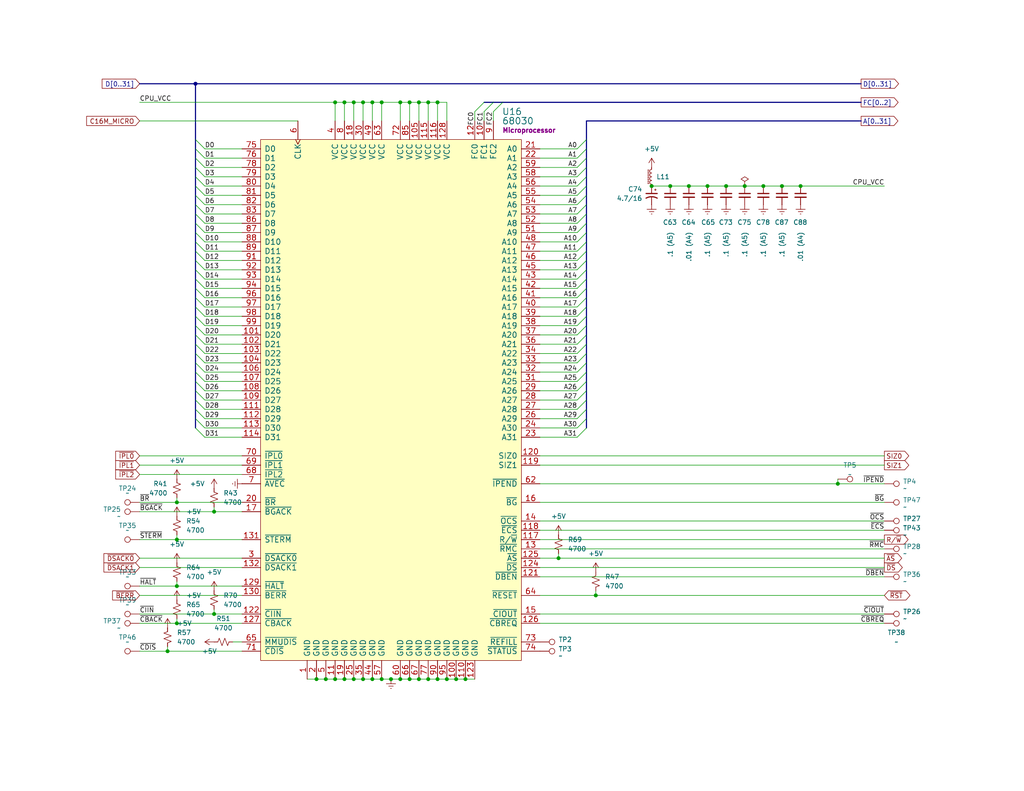
<source format=kicad_sch>
(kicad_sch (version 20250114) (generator "eeschema") (generator_version "9.0")
  (paper "USLetter")
  (title_block (title "Macintosh Classic II") (date "2025-05-29") (company "Apple Computer") (comment 1 "drawn by Bradley Bell"))
  (junction (at 48.26 147.32))
  (junction (at 93.98 27.94))
  (junction (at 88.9 185.42))
  (junction (at 111.76 185.42))
  (junction (at 86.36 185.42))
  (junction (at 48.26 160.02))
  (junction (at 104.14 27.94))
  (junction (at 228.6 132.08))
  (junction (at 96.52 27.94))
  (junction (at 119.38 27.94))
  (junction (at 99.06 185.42))
  (junction (at 208.28 50.8))
  (junction (at 111.76 27.94))
  (junction (at 124.46 185.42))
  (junction (at 121.92 185.42))
  (junction (at 182.88 50.8))
  (junction (at 114.3 185.42))
  (junction (at 45.72 177.8))
  (junction (at 162.56 162.56))
  (junction (at 91.44 27.94))
  (junction (at 101.6 185.42))
  (junction (at 58.42 167.64))
  (junction (at 193.04 50.8))
  (junction (at 96.52 185.42))
  (junction (at 109.22 185.42))
  (junction (at 106.68 185.42))
  (junction (at 104.14 185.42))
  (junction (at 101.6 27.94))
  (junction (at 99.06 27.94))
  (junction (at 213.36 50.8))
  (junction (at 152.4 152.4))
  (junction (at 218.44 50.8))
  (junction (at 58.42 139.7))
  (junction (at 93.98 185.42))
  (junction (at 119.38 185.42))
  (junction (at 48.26 170.18))
  (junction (at 53.34 22.86))
  (junction (at 109.22 27.94))
  (junction (at 203.2 50.8))
  (junction (at 91.44 185.42))
  (junction (at 114.3 27.94))
  (junction (at 48.26 137.16))
  (junction (at 127 185.42))
  (junction (at 198.12 50.8))
  (junction (at 187.96 50.8))
  (junction (at 116.84 27.94))
  (junction (at 116.84 185.42))
  (junction (at 177.8 50.8))
  (bus_entry (at 53.34 78.74) (size 2.54 2.54))
  (bus_entry (at 157.48 86.36) (size 2.54 -2.54))
  (bus_entry (at 53.34 116.84) (size 2.54 2.54))
  (bus_entry (at 53.34 63.5) (size 2.54 2.54))
  (bus_entry (at 53.34 109.22) (size 2.54 2.54))
  (bus_entry (at 157.48 71.12) (size 2.54 -2.54))
  (bus_entry (at 157.48 88.9) (size 2.54 -2.54))
  (bus_entry (at 157.48 91.44) (size 2.54 -2.54))
  (bus_entry (at 157.48 106.68) (size 2.54 -2.54))
  (bus_entry (at 53.34 91.44) (size 2.54 2.54))
  (bus_entry (at 157.48 99.06) (size 2.54 -2.54))
  (bus_entry (at 53.34 76.2) (size 2.54 2.54))
  (bus_entry (at 53.34 96.52) (size 2.54 2.54))
  (bus_entry (at 53.34 40.64) (size 2.54 2.54))
  (bus_entry (at 157.48 104.14) (size 2.54 -2.54))
  (bus_entry (at 53.34 111.76) (size 2.54 2.54))
  (bus_entry (at 53.34 101.6) (size 2.54 2.54))
  (bus_entry (at 157.48 101.6) (size 2.54 -2.54))
  (bus_entry (at 134.62 30.48) (size 2.54 -2.54))
  (bus_entry (at 157.48 63.5) (size 2.54 -2.54))
  (bus_entry (at 157.48 43.18) (size 2.54 -2.54))
  (bus_entry (at 157.48 40.64) (size 2.54 -2.54))
  (bus_entry (at 157.48 83.82) (size 2.54 -2.54))
  (bus_entry (at 53.34 53.34) (size 2.54 2.54))
  (bus_entry (at 157.48 76.2) (size 2.54 -2.54))
  (bus_entry (at 157.48 66.04) (size 2.54 -2.54))
  (bus_entry (at 157.48 93.98) (size 2.54 -2.54))
  (bus_entry (at 157.48 58.42) (size 2.54 -2.54))
  (bus_entry (at 53.34 81.28) (size 2.54 2.54))
  (bus_entry (at 157.48 55.88) (size 2.54 -2.54))
  (bus_entry (at 53.34 66.04) (size 2.54 2.54))
  (bus_entry (at 157.48 119.38) (size 2.54 -2.54))
  (bus_entry (at 53.34 43.18) (size 2.54 2.54))
  (bus_entry (at 53.34 60.96) (size 2.54 2.54))
  (bus_entry (at 53.34 48.26) (size 2.54 2.54))
  (bus_entry (at 53.34 58.42) (size 2.54 2.54))
  (bus_entry (at 53.34 88.9) (size 2.54 2.54))
  (bus_entry (at 53.34 86.36) (size 2.54 2.54))
  (bus_entry (at 157.48 111.76) (size 2.54 -2.54))
  (bus_entry (at 53.34 104.14) (size 2.54 2.54))
  (bus_entry (at 157.48 68.58) (size 2.54 -2.54))
  (bus_entry (at 53.34 93.98) (size 2.54 2.54))
  (bus_entry (at 157.48 45.72) (size 2.54 -2.54))
  (bus_entry (at 53.34 73.66) (size 2.54 2.54))
  (bus_entry (at 53.34 106.68) (size 2.54 2.54))
  (bus_entry (at 157.48 81.28) (size 2.54 -2.54))
  (bus_entry (at 53.34 68.58) (size 2.54 2.54))
  (bus_entry (at 132.08 30.48) (size 2.54 -2.54))
  (bus_entry (at 157.48 60.96) (size 2.54 -2.54))
  (bus_entry (at 53.34 45.72) (size 2.54 2.54))
  (bus_entry (at 157.48 96.52) (size 2.54 -2.54))
  (bus_entry (at 157.48 116.84) (size 2.54 -2.54))
  (bus_entry (at 53.34 99.06) (size 2.54 2.54))
  (bus_entry (at 157.48 114.3) (size 2.54 -2.54))
  (bus_entry (at 53.34 50.8) (size 2.54 2.54))
  (bus_entry (at 53.34 71.12) (size 2.54 2.54))
  (bus_entry (at 129.54 30.48) (size 2.54 -2.54))
  (bus_entry (at 157.48 48.26) (size 2.54 -2.54))
  (bus_entry (at 157.48 53.34) (size 2.54 -2.54))
  (bus_entry (at 53.34 38.1) (size 2.54 2.54))
  (bus_entry (at 53.34 83.82) (size 2.54 2.54))
  (bus_entry (at 53.34 114.3) (size 2.54 2.54))
  (bus_entry (at 157.48 50.8) (size 2.54 -2.54))
  (bus_entry (at 53.34 55.88) (size 2.54 2.54))
  (bus_entry (at 157.48 78.74) (size 2.54 -2.54))
  (bus_entry (at 157.48 109.22) (size 2.54 -2.54))
  (bus_entry (at 157.48 73.66) (size 2.54 -2.54))
  (wire (pts (xy 147.32 93.98) (xy 157.48 93.98)))
  (wire (pts (xy 241.3 167.64) (xy 147.32 167.64)))
  (bus (pts (xy 53.34 116.84) (xy 53.34 114.3)))
  (wire (pts (xy 48.26 168.91) (xy 48.26 170.18)))
  (wire (pts (xy 147.32 154.94) (xy 241.3 154.94)))
  (wire (pts (xy 162.56 161.29) (xy 162.56 162.56)))
  (wire (pts (xy 119.38 27.94) (xy 121.92 27.94)))
  (wire (pts (xy 147.32 71.12) (xy 157.48 71.12)))
  (bus (pts (xy 53.34 88.9) (xy 53.34 86.36)))
  (bus (pts (xy 160.02 76.2) (xy 160.02 73.66)))
  (wire (pts (xy 203.2 50.8) (xy 208.28 50.8)))
  (bus (pts (xy 160.02 91.44) (xy 160.02 88.9)))
  (wire (pts (xy 111.76 185.42) (xy 114.3 185.42)))
  (bus (pts (xy 53.34 93.98) (xy 53.34 96.52)))
  (wire (pts (xy 109.22 185.42) (xy 111.76 185.42)))
  (wire (pts (xy 45.72 177.8) (xy 66.04 177.8)))
  (bus (pts (xy 53.34 96.52) (xy 53.34 99.06)))
  (wire (pts (xy 48.26 170.18) (xy 66.04 170.18)))
  (wire (pts (xy 38.1 160.02) (xy 48.26 160.02)))
  (wire (pts (xy 55.88 78.74) (xy 66.04 78.74)))
  (wire (pts (xy 38.1 147.32) (xy 48.26 147.32)))
  (wire (pts (xy 55.88 101.6) (xy 66.04 101.6)))
  (wire (pts (xy 55.88 53.34) (xy 66.04 53.34)))
  (wire (pts (xy 162.56 162.56) (xy 241.3 162.56)))
  (wire (pts (xy 99.06 27.94) (xy 99.06 33.02)))
  (bus (pts (xy 160.02 109.22) (xy 160.02 106.68)))
  (bus (pts (xy 53.34 83.82) (xy 53.34 81.28)))
  (wire (pts (xy 55.88 104.14) (xy 66.04 104.14)))
  (wire (pts (xy 119.38 185.42) (xy 121.92 185.42)))
  (wire (pts (xy 241.3 149.86) (xy 147.32 149.86)))
  (wire (pts (xy 38.1 170.18) (xy 48.26 170.18)))
  (wire (pts (xy 241.3 144.78) (xy 147.32 144.78)))
  (bus (pts (xy 53.34 50.8) (xy 53.34 48.26)))
  (wire (pts (xy 55.88 40.64) (xy 66.04 40.64)))
  (wire (pts (xy 121.92 27.94) (xy 121.92 33.02)))
  (wire (pts (xy 129.54 33.02) (xy 129.54 30.48)))
  (wire (pts (xy 241.3 142.24) (xy 147.32 142.24)))
  (wire (pts (xy 55.88 114.3) (xy 66.04 114.3)))
  (bus (pts (xy 53.34 109.22) (xy 53.34 106.68)))
  (wire (pts (xy 127 185.42) (xy 129.54 185.42)))
  (wire (pts (xy 38.1 152.4) (xy 66.04 152.4)))
  (wire (pts (xy 104.14 185.42) (xy 106.68 185.42)))
  (wire (pts (xy 147.32 114.3) (xy 157.48 114.3)))
  (wire (pts (xy 147.32 111.76) (xy 157.48 111.76)))
  (wire (pts (xy 147.32 78.74) (xy 157.48 78.74)))
  (bus (pts (xy 137.16 27.94) (xy 134.62 27.94)))
  (wire (pts (xy 58.42 167.64) (xy 66.04 167.64)))
  (wire (pts (xy 106.68 185.42) (xy 109.22 185.42)))
  (wire (pts (xy 177.8 50.8) (xy 182.88 50.8)))
  (wire (pts (xy 187.96 50.8) (xy 193.04 50.8)))
  (wire (pts (xy 55.88 116.84) (xy 66.04 116.84)))
  (bus (pts (xy 53.34 60.96) (xy 53.34 58.42)))
  (wire (pts (xy 96.52 185.42) (xy 99.06 185.42)))
  (bus (pts (xy 53.34 71.12) (xy 53.34 68.58)))
  (wire (pts (xy 38.1 139.7) (xy 58.42 139.7)))
  (wire (pts (xy 152.4 151.13) (xy 152.4 152.4)))
  (bus (pts (xy 160.02 60.96) (xy 160.02 58.42)))
  (bus (pts (xy 53.34 73.66) (xy 53.34 71.12)))
  (bus (pts (xy 53.34 55.88) (xy 53.34 53.34)))
  (wire (pts (xy 91.44 185.42) (xy 93.98 185.42)))
  (bus (pts (xy 160.02 116.84) (xy 160.02 114.3)))
  (wire (pts (xy 38.1 27.94) (xy 91.44 27.94)))
  (bus (pts (xy 160.02 55.88) (xy 160.02 53.34)))
  (bus (pts (xy 160.02 99.06) (xy 160.02 96.52)))
  (wire (pts (xy 147.32 55.88) (xy 157.48 55.88)))
  (wire (pts (xy 147.32 63.5) (xy 157.48 63.5)))
  (bus (pts (xy 160.02 83.82) (xy 160.02 81.28)))
  (wire (pts (xy 58.42 139.7) (xy 66.04 139.7)))
  (wire (pts (xy 38.1 124.46) (xy 66.04 124.46)))
  (bus (pts (xy 160.02 33.02) (xy 160.02 38.1)))
  (wire (pts (xy 99.06 27.94) (xy 101.6 27.94)))
  (bus (pts (xy 160.02 71.12) (xy 160.02 68.58)))
  (bus (pts (xy 53.34 81.28) (xy 53.34 78.74)))
  (wire (pts (xy 55.88 55.88) (xy 66.04 55.88)))
  (wire (pts (xy 182.88 50.8) (xy 187.96 50.8)))
  (bus (pts (xy 53.34 76.2) (xy 53.34 73.66)))
  (wire (pts (xy 147.32 152.4) (xy 152.4 152.4)))
  (bus (pts (xy 160.02 78.74) (xy 160.02 76.2)))
  (bus (pts (xy 53.34 43.18) (xy 53.34 40.64)))
  (bus (pts (xy 160.02 68.58) (xy 160.02 66.04)))
  (wire (pts (xy 48.26 160.02) (xy 66.04 160.02)))
  (bus (pts (xy 53.34 48.26) (xy 53.34 45.72)))
  (bus (pts (xy 160.02 48.26) (xy 160.02 45.72)))
  (wire (pts (xy 147.32 99.06) (xy 157.48 99.06)))
  (wire (pts (xy 198.12 50.8) (xy 203.2 50.8)))
  (bus (pts (xy 53.34 104.14) (xy 53.34 101.6)))
  (bus (pts (xy 53.34 22.86) (xy 53.34 38.1)))
  (bus (pts (xy 53.34 22.86) (xy 38.1 22.86)))
  (wire (pts (xy 147.32 76.2) (xy 157.48 76.2)))
  (wire (pts (xy 63.5 175.26) (xy 66.04 175.26)))
  (wire (pts (xy 208.28 50.8) (xy 213.36 50.8)))
  (wire (pts (xy 55.88 68.58) (xy 66.04 68.58)))
  (wire (pts (xy 193.04 50.8) (xy 198.12 50.8)))
  (wire (pts (xy 109.22 27.94) (xy 111.76 27.94)))
  (wire (pts (xy 93.98 27.94) (xy 96.52 27.94)))
  (wire (pts (xy 147.32 132.08) (xy 228.6 132.08)))
  (wire (pts (xy 38.1 127) (xy 66.04 127)))
  (wire (pts (xy 55.88 58.42) (xy 66.04 58.42)))
  (wire (pts (xy 147.32 86.36) (xy 157.48 86.36)))
  (bus (pts (xy 160.02 50.8) (xy 160.02 48.26)))
  (wire (pts (xy 147.32 45.72) (xy 157.48 45.72)))
  (wire (pts (xy 55.88 106.68) (xy 66.04 106.68)))
  (wire (pts (xy 147.32 106.68) (xy 157.48 106.68)))
  (wire (pts (xy 124.46 185.42) (xy 127 185.42)))
  (wire (pts (xy 114.3 185.42) (xy 116.84 185.42)))
  (wire (pts (xy 55.88 66.04) (xy 66.04 66.04)))
  (wire (pts (xy 48.26 146.05) (xy 48.26 147.32)))
  (bus (pts (xy 53.34 40.64) (xy 53.34 38.1)))
  (wire (pts (xy 147.32 50.8) (xy 157.48 50.8)))
  (wire (pts (xy 99.06 185.42) (xy 101.6 185.42)))
  (wire (pts (xy 147.32 88.9) (xy 157.48 88.9)))
  (wire (pts (xy 83.82 185.42) (xy 86.36 185.42)))
  (bus (pts (xy 53.34 78.74) (xy 53.34 76.2)))
  (wire (pts (xy 241.3 127) (xy 147.32 127)))
  (bus (pts (xy 160.02 63.5) (xy 160.02 60.96)))
  (wire (pts (xy 55.88 43.18) (xy 66.04 43.18)))
  (wire (pts (xy 147.32 101.6) (xy 157.48 101.6)))
  (bus (pts (xy 160.02 106.68) (xy 160.02 104.14)))
  (wire (pts (xy 91.44 27.94) (xy 91.44 33.02)))
  (wire (pts (xy 147.32 73.66) (xy 157.48 73.66)))
  (wire (pts (xy 119.38 27.94) (xy 119.38 33.02)))
  (wire (pts (xy 96.52 27.94) (xy 96.52 33.02)))
  (bus (pts (xy 160.02 96.52) (xy 160.02 93.98)))
  (wire (pts (xy 48.26 158.75) (xy 48.26 160.02)))
  (bus (pts (xy 234.95 33.02) (xy 160.02 33.02)))
  (wire (pts (xy 228.6 132.08) (xy 241.3 132.08)))
  (wire (pts (xy 114.3 27.94) (xy 116.84 27.94)))
  (wire (pts (xy 116.84 27.94) (xy 119.38 27.94)))
  (wire (pts (xy 147.32 53.34) (xy 157.48 53.34)))
  (wire (pts (xy 55.88 71.12) (xy 66.04 71.12)))
  (bus (pts (xy 132.08 27.94) (xy 134.62 27.94)))
  (bus (pts (xy 160.02 114.3) (xy 160.02 111.76)))
  (wire (pts (xy 93.98 27.94) (xy 93.98 33.02)))
  (bus (pts (xy 53.34 63.5) (xy 53.34 60.96)))
  (bus (pts (xy 160.02 73.66) (xy 160.02 71.12)))
  (wire (pts (xy 147.32 40.64) (xy 157.48 40.64)))
  (bus (pts (xy 160.02 101.6) (xy 160.02 99.06)))
  (wire (pts (xy 147.32 109.22) (xy 157.48 109.22)))
  (wire (pts (xy 147.32 91.44) (xy 157.48 91.44)))
  (wire (pts (xy 101.6 27.94) (xy 101.6 33.02)))
  (wire (pts (xy 111.76 27.94) (xy 111.76 33.02)))
  (wire (pts (xy 147.32 43.18) (xy 157.48 43.18)))
  (bus (pts (xy 53.34 111.76) (xy 53.34 109.22)))
  (bus (pts (xy 160.02 40.64) (xy 160.02 38.1)))
  (wire (pts (xy 38.1 154.94) (xy 66.04 154.94)))
  (wire (pts (xy 121.92 185.42) (xy 124.46 185.42)))
  (wire (pts (xy 147.32 83.82) (xy 157.48 83.82)))
  (bus (pts (xy 53.34 91.44) (xy 53.34 88.9)))
  (wire (pts (xy 152.4 152.4) (xy 241.3 152.4)))
  (wire (pts (xy 88.9 185.42) (xy 91.44 185.42)))
  (wire (pts (xy 55.88 88.9) (xy 66.04 88.9)))
  (bus (pts (xy 53.34 93.98) (xy 53.34 91.44)))
  (wire (pts (xy 147.32 81.28) (xy 157.48 81.28)))
  (wire (pts (xy 147.32 162.56) (xy 162.56 162.56)))
  (wire (pts (xy 96.52 27.94) (xy 99.06 27.94)))
  (bus (pts (xy 234.95 27.94) (xy 137.16 27.94)))
  (bus (pts (xy 53.34 101.6) (xy 53.34 99.06)))
  (wire (pts (xy 55.88 60.96) (xy 66.04 60.96)))
  (wire (pts (xy 55.88 83.82) (xy 66.04 83.82)))
  (wire (pts (xy 55.88 45.72) (xy 66.04 45.72)))
  (wire (pts (xy 101.6 27.94) (xy 104.14 27.94)))
  (wire (pts (xy 147.32 58.42) (xy 157.48 58.42)))
  (wire (pts (xy 134.62 33.02) (xy 134.62 30.48)))
  (wire (pts (xy 218.44 50.8) (xy 241.3 50.8)))
  (wire (pts (xy 93.98 185.42) (xy 96.52 185.42)))
  (bus (pts (xy 53.34 53.34) (xy 53.34 50.8)))
  (bus (pts (xy 53.34 86.36) (xy 53.34 83.82)))
  (wire (pts (xy 38.1 167.64) (xy 58.42 167.64)))
  (wire (pts (xy 147.32 147.32) (xy 241.3 147.32)))
  (wire (pts (xy 132.08 33.02) (xy 132.08 30.48)))
  (wire (pts (xy 38.1 162.56) (xy 66.04 162.56)))
  (wire (pts (xy 55.88 73.66) (xy 66.04 73.66)))
  (wire (pts (xy 55.88 111.76) (xy 66.04 111.76)))
  (bus (pts (xy 53.34 114.3) (xy 53.34 111.76)))
  (bus (pts (xy 160.02 86.36) (xy 160.02 83.82)))
  (wire (pts (xy 58.42 166.37) (xy 58.42 167.64)))
  (bus (pts (xy 160.02 53.34) (xy 160.02 50.8)))
  (wire (pts (xy 38.1 177.8) (xy 45.72 177.8)))
  (bus (pts (xy 160.02 104.14) (xy 160.02 101.6)))
  (bus (pts (xy 53.34 22.86) (xy 234.95 22.86)))
  (bus (pts (xy 160.02 66.04) (xy 160.02 63.5)))
  (wire (pts (xy 147.32 96.52) (xy 157.48 96.52)))
  (wire (pts (xy 55.88 48.26) (xy 66.04 48.26)))
  (wire (pts (xy 48.26 147.32) (xy 66.04 147.32)))
  (wire (pts (xy 147.32 116.84) (xy 157.48 116.84)))
  (wire (pts (xy 147.32 48.26) (xy 157.48 48.26)))
  (bus (pts (xy 160.02 111.76) (xy 160.02 109.22)))
  (bus (pts (xy 53.34 58.42) (xy 53.34 55.88)))
  (wire (pts (xy 45.72 176.53) (xy 45.72 177.8)))
  (wire (pts (xy 147.32 104.14) (xy 157.48 104.14)))
  (wire (pts (xy 101.6 185.42) (xy 104.14 185.42)))
  (wire (pts (xy 55.88 86.36) (xy 66.04 86.36)))
  (bus (pts (xy 53.34 68.58) (xy 53.34 66.04)))
  (wire (pts (xy 48.26 135.89) (xy 48.26 137.16)))
  (wire (pts (xy 241.3 124.46) (xy 147.32 124.46)))
  (bus (pts (xy 160.02 93.98) (xy 160.02 91.44)))
  (wire (pts (xy 116.84 27.94) (xy 116.84 33.02)))
  (wire (pts (xy 55.88 76.2) (xy 66.04 76.2)))
  (wire (pts (xy 55.88 91.44) (xy 66.04 91.44)))
  (wire (pts (xy 55.88 81.28) (xy 66.04 81.28)))
  (wire (pts (xy 114.3 27.94) (xy 114.3 33.02)))
  (wire (pts (xy 38.1 33.02) (xy 81.28 33.02)))
  (wire (pts (xy 38.1 129.54) (xy 66.04 129.54)))
  (wire (pts (xy 91.44 27.94) (xy 93.98 27.94)))
  (wire (pts (xy 228.6 132.08) (xy 228.6 130.81)))
  (wire (pts (xy 147.32 66.04) (xy 157.48 66.04)))
  (bus (pts (xy 160.02 58.42) (xy 160.02 55.88)))
  (wire (pts (xy 111.76 27.94) (xy 114.3 27.94)))
  (bus (pts (xy 53.34 66.04) (xy 53.34 63.5)))
  (wire (pts (xy 147.32 68.58) (xy 157.48 68.58)))
  (wire (pts (xy 38.1 137.16) (xy 48.26 137.16)))
  (bus (pts (xy 53.34 106.68) (xy 53.34 104.14)))
  (wire (pts (xy 104.14 27.94) (xy 109.22 27.94)))
  (wire (pts (xy 147.32 137.16) (xy 241.3 137.16)))
  (wire (pts (xy 48.26 137.16) (xy 66.04 137.16)))
  (wire (pts (xy 147.32 157.48) (xy 241.3 157.48)))
  (wire (pts (xy 147.32 119.38) (xy 157.48 119.38)))
  (wire (pts (xy 55.88 119.38) (xy 66.04 119.38)))
  (wire (pts (xy 218.44 50.8) (xy 213.36 50.8)))
  (bus (pts (xy 160.02 88.9) (xy 160.02 86.36)))
  (bus (pts (xy 160.02 81.28) (xy 160.02 78.74)))
  (bus (pts (xy 160.02 43.18) (xy 160.02 40.64)))
  (wire (pts (xy 58.42 138.43) (xy 58.42 139.7)))
  (wire (pts (xy 104.14 27.94) (xy 104.14 33.02)))
  (wire (pts (xy 55.88 96.52) (xy 66.04 96.52)))
  (bus (pts (xy 53.34 45.72) (xy 53.34 43.18)))
  (wire (pts (xy 147.32 60.96) (xy 157.48 60.96)))
  (wire (pts (xy 109.22 27.94) (xy 109.22 33.02)))
  (wire (pts (xy 55.88 109.22) (xy 66.04 109.22)))
  (wire (pts (xy 55.88 63.5) (xy 66.04 63.5)))
  (wire (pts (xy 55.88 93.98) (xy 66.04 93.98)))
  (wire (pts (xy 55.88 50.8) (xy 66.04 50.8)))
  (bus (pts (xy 160.02 45.72) (xy 160.02 43.18)))
  (wire (pts (xy 86.36 185.42) (xy 88.9 185.42)))
  (wire (pts (xy 55.88 99.06) (xy 66.04 99.06)))
  (wire (pts (xy 147.32 170.18) (xy 241.3 170.18)))
  (wire (pts (xy 116.84 185.42) (xy 119.38 185.42)))
  (label "D1" (at 55.88 43.18 0))
  (label "A3" (at 157.48 48.26 180))
  (label "D7" (at 55.88 58.42 0))
  (label "A8" (at 157.48 60.96 180))
  (label "D13" (at 55.88 73.66 0))
  (label "D4" (at 55.88 50.8 0))
  (label "A9" (at 157.48 63.5 180))
  (label "D17" (at 55.88 83.82 0))
  (label "CPU_VCC" (at 38.1 27.94 0))
  (label "A20" (at 157.48 91.44 180))
  (label "D28" (at 55.88 111.76 0))
  (label "A31" (at 157.48 119.38 180))
  (label "A12" (at 157.48 71.12 180))
  (label "D0" (at 55.88 40.64 0))
  (label "~{OCS}" (at 241.3 142.24 180))
  (label "A30" (at 157.48 116.84 180))
  (label "D22" (at 55.88 96.52 0))
  (label "~{DBEN}" (at 241.3 157.48 180))
  (label "A22" (at 157.48 96.52 180))
  (label "D15" (at 55.88 78.74 0))
  (label "~{CIOUT}" (at 241.3 167.64 180))
  (label "A1" (at 157.48 43.18 180))
  (label "A26" (at 157.48 106.68 180))
  (label "A28" (at 157.48 111.76 180))
  (label "D27" (at 55.88 109.22 0))
  (label "A27" (at 157.48 109.22 180))
  (label "A23" (at 157.48 99.06 180))
  (label "D20" (at 55.88 91.44 0))
  (label "A18" (at 157.48 86.36 180))
  (label "D24" (at 55.88 101.6 0))
  (label "CPU_VCC" (at 241.3 50.8 180))
  (label "D19" (at 55.88 88.9 0))
  (label "A16" (at 157.48 81.28 180))
  (label "D21" (at 55.88 93.98 0))
  (label "A21" (at 157.48 93.98 180))
  (label "~{STERM}" (at 38.1 147.32 0))
  (label "D8" (at 55.88 60.96 0))
  (label "~{IPEND}" (at 241.3 132.08 180))
  (label "A25" (at 157.48 104.14 180))
  (label "A19" (at 157.48 88.9 180))
  (label "D12" (at 55.88 71.12 0))
  (label "D10" (at 55.88 66.04 0))
  (label "D23" (at 55.88 99.06 0))
  (label "A17" (at 157.48 83.82 180))
  (label "A14" (at 157.48 76.2 180))
  (label "A0" (at 157.48 40.64 180))
  (label "D31" (at 55.88 119.38 0))
  (label "A11" (at 157.48 68.58 180))
  (label "D30" (at 55.88 116.84 0))
  (label "A4" (at 157.48 50.8 180))
  (label "~{HALT}" (at 38.1 160.02 0))
  (label "A7" (at 157.48 58.42 180))
  (label "D18" (at 55.88 86.36 0))
  (label "FC0" (at 129.54 30.48 270))
  (label "D5" (at 55.88 53.34 0))
  (label "~{RMC}" (at 241.3 149.86 180))
  (label "~{ECS}" (at 241.3 144.78 180))
  (label "D16" (at 55.88 81.28 0))
  (label "~{CBACK}" (at 38.1 170.18 0))
  (label "~{BR}" (at 38.1 137.16 0))
  (label "A6" (at 157.48 55.88 180))
  (label "D11" (at 55.88 68.58 0))
  (label "A13" (at 157.48 73.66 180))
  (label "D6" (at 55.88 55.88 0))
  (label "D25" (at 55.88 104.14 0))
  (label "~{CIIN}" (at 38.1 167.64 0))
  (label "~{BG}" (at 241.3 137.16 180))
  (label "A24" (at 157.48 101.6 180))
  (label "D14" (at 55.88 76.2 0))
  (label "D9" (at 55.88 63.5 0))
  (label "FC2" (at 134.62 30.48 270))
  (label "A29" (at 157.48 114.3 180))
  (label "~{CBREQ}" (at 241.3 170.18 180))
  (label "A15" (at 157.48 78.74 180))
  (label "~{BGACK}" (at 38.1 139.7 0))
  (label "A10" (at 157.48 66.04 180))
  (label "D2" (at 55.88 45.72 0))
  (label "D26" (at 55.88 106.68 0))
  (label "FC1" (at 132.08 30.48 270))
  (label "~{CDIS}" (at 38.1 177.8 0))
  (label "A5" (at 157.48 53.34 180))
  (label "D29" (at 55.88 114.3 0))
  (label "A2" (at 157.48 45.72 180))
  (label "D3" (at 55.88 48.26 0))
  (global_label "C16M_MICRO" (shape input) (at 38.1 33.02 180) (property "Intersheetrefs" "${INTERSHEET_REFS}" (at 23.0801 33.02 0) (effects (justify right))))
  (global_label "D[0..31]" (shape output) (at 234.95 22.86 0) (property "Intersheetrefs" "${INTERSHEET_REFS}" (at 245.7367 22.86 0) (effects (justify left))))
  (global_label "A[0..31]" (shape output) (at 234.95 33.02 0) (property "Intersheetrefs" "${INTERSHEET_REFS}" (at 245.5553 33.02 0) (effects (justify left))))
  (global_label "FC[0..2]" (shape output) (at 234.95 27.94 0) (property "Intersheetrefs" "${INTERSHEET_REFS}" (at 245.6158 27.94 0) (effects (justify left))))
  (global_label "D[0..31]" (shape input) (at 38.1 22.86 180) (property "Intersheetrefs" "${INTERSHEET_REFS}" (at 27.3133 22.86 0) (effects (justify right))))
  (global_label "~{BERR}" (shape input) (at 38.1 162.56 180) (property "Intersheetrefs" "${INTERSHEET_REFS}" (at 30.1558 162.56 0) (effects (justify right))))
  (global_label "~{DS}" (shape output) (at 241.3 154.94 0) (property "Intersheetrefs" "${INTERSHEET_REFS}" (at 246.7647 154.94 0) (effects (justify left))))
  (global_label "~{IPL1}" (shape input) (at 38.1 127 180) (property "Intersheetrefs" "${INTERSHEET_REFS}" (at 31.0024 127 0) (effects (justify right))))
  (global_label "~{DSACK1}" (shape input) (at 38.1 154.94 180) (property "Intersheetrefs" "${INTERSHEET_REFS}" (at 27.7972 154.94 0) (effects (justify right))))
  (global_label "SIZ0" (shape output) (at 241.3 124.46 0) (property "Intersheetrefs" "${INTERSHEET_REFS}" (at 248.5185 124.46 0) (effects (justify left))))
  (global_label "~{DSACK0}" (shape input) (at 38.1 152.4 180) (property "Intersheetrefs" "${INTERSHEET_REFS}" (at 27.7972 152.4 0) (effects (justify right))))
  (global_label "~{AS}" (shape output) (at 241.3 152.4 0) (property "Intersheetrefs" "${INTERSHEET_REFS}" (at 246.5833 152.4 0) (effects (justify left))))
  (global_label "~{RST}" (shape bidirectional) (at 241.3 162.56 0) (property "Intersheetrefs" "${INTERSHEET_REFS}" (at 248.8436 162.56 0) (effects (justify left))))
  (global_label "~{IPL0}" (shape input) (at 38.1 124.46 180) (property "Intersheetrefs" "${INTERSHEET_REFS}" (at 31.0024 124.46 0) (effects (justify right))))
  (global_label "~{IPL2}" (shape input) (at 38.1 129.54 180) (property "Intersheetrefs" "${INTERSHEET_REFS}" (at 31.0024 129.54 0) (effects (justify right))))
  (global_label "SIZ1" (shape output) (at 241.3 127 0) (property "Intersheetrefs" "${INTERSHEET_REFS}" (at 248.5185 127 0) (effects (justify left))))
  (global_label "R{slash}~{W}" (shape output) (at 241.3 147.32 0) (property "Intersheetrefs" "${INTERSHEET_REFS}" (at 248.3371 147.32 0) (effects (justify left))))
  (symbol (lib_id "power:+5V") (at 177.8 45.72 0) (unit 1)
    (property "Reference" "#PWR0240" (effects (hide yes)))
    (property "Value" "+5V" (at 177.8 40.64 0))
    (property "Description" "Power symbol creates a global label with name \"+5V\"" (effects (hide yes)))
  )
  (symbol (lib_id "Device:C_Small") (at 208.28 53.34 0) (unit 1)
    (property "Reference" "C78" (at 206.248 60.706 0) (effects (justify left)))
    (property "Value" ".1 (A5)" (at 208.28 63.246 90) (effects (justify right)))
    (property "Footprint" "MyPackage:SMD_0603_1608Metric_Pad1.52x1.02mm" (effects (hide yes)))
    (property "Description" "Unpolarized capacitor, small symbol" (effects (hide yes)))
  )
  (symbol (lib_id "Connector:TestPoint") (at 241.3 167.64 270) (unit 1)
    (property "Reference" "TP26" (at 246.38 167.0049 90) (effects (justify left)))
    (property "Value" "~" (at 246.38 168.91 90) (effects (justify left)))
    (property "Footprint" "MyPackage:TestPoint_THTPad_D1.0mm_Drill0.5mm" (effects (hide yes)))
    (property "Description" "test point" (effects (hide yes)))
  )
  (symbol (lib_id "Connector:TestPoint") (at 241.3 157.48 270) (unit 1)
    (property "Reference" "TP36" (at 246.38 156.8449 90) (effects (justify left)))
    (property "Value" "~" (at 246.38 158.75 90) (effects (justify left)))
    (property "Footprint" "MyPackage:TestPoint_THTPad_D1.0mm_Drill0.5mm" (effects (hide yes)))
    (property "Description" "test point" (effects (hide yes)))
  )
  (symbol (lib_id "power:+5V") (at 48.26 163.83 0) (mirror y) (unit 1)
    (property "Reference" "#PWR038" (effects (hide yes)))
    (property "Value" "+5V" (at 50.8 162.5599 0) (effects (justify right)))
    (property "Description" "Power symbol creates a global label with name \"+5V\"" (effects (hide yes)))
  )
  (symbol (lib_id "power:GNDREF") (at 213.36 55.88 0) (unit 1)
    (property "Reference" "#PWR0284" (effects (hide yes)))
    (property "Value" "GND" (effects (hide yes)))
    (property "Description" "Power symbol creates a global label with name \"GNDREF\" , reference supply ground" (effects (hide yes)))
  )
  (symbol (lib_id "Connector:TestPoint") (at 241.3 144.78 270) (unit 1)
    (property "Reference" "TP43" (at 246.38 144.1449 90) (effects (justify left)))
    (property "Value" "~" (at 246.38 146.05 90) (effects (justify left)))
    (property "Footprint" "MyPackage:TestPoint_Pad_D1.0mm" (effects (hide yes)))
    (property "Description" "test point" (effects (hide yes)))
  )
  (symbol (lib_id "power:+5V") (at 152.4 146.05 0) (unit 1)
    (property "Reference" "#PWR081" (effects (hide yes)))
    (property "Value" "+5V" (at 152.4 140.97 0))
    (property "Description" "Power symbol creates a global label with name \"+5V\"" (effects (hide yes)))
  )
  (symbol (lib_id "Device:R_Small_US") (at 58.42 163.83 0) (unit 1)
    (property "Reference" "R70" (at 60.96 162.5599 0) (effects (justify left)))
    (property "Value" "4700" (at 60.96 165.0999 0) (effects (justify left)))
    (property "Footprint" "MyPackage:SMD_0805_2012Metric_Pad1.25x1.65mm" (effects (hide yes)))
    (property "Description" "Resistor, small US symbol" (effects (hide yes)))
  )
  (symbol (lib_id "Device:R_Small_US") (at 48.26 156.21 0) (unit 1)
    (property "Reference" "R64" (at 50.8 154.9399 0) (effects (justify left)))
    (property "Value" "4700" (at 50.8 157.4799 0) (effects (justify left)))
    (property "Footprint" "MyPackage:SMD_0805_2012Metric_Pad1.25x1.65mm" (effects (hide yes)))
    (property "Description" "Resistor, small US symbol" (effects (hide yes)))
  )
  (symbol (lib_id "power:GNDREF") (at 208.28 55.88 0) (unit 1)
    (property "Reference" "#PWR0269" (effects (hide yes)))
    (property "Value" "GND" (effects (hide yes)))
    (property "Description" "Power symbol creates a global label with name \"GNDREF\" , reference supply ground" (effects (hide yes)))
  )
  (symbol (lib_id "Device:C_Small") (at 203.2 53.34 0) (unit 1)
    (property "Reference" "C75" (at 201.168 60.706 0) (effects (justify left)))
    (property "Value" ".1 (A5)" (at 203.2 63.246 90) (effects (justify right)))
    (property "Footprint" "MyPackage:SMD_0603_1608Metric_Pad1.52x1.02mm" (effects (hide yes)))
    (property "Description" "Unpolarized capacitor, small symbol" (effects (hide yes)))
  )
  (symbol (lib_id "power:GNDREF") (at 106.68 185.42 0) (unit 1)
    (property "Reference" "#PWR030" (effects (hide yes)))
    (property "Value" "GND" (effects (hide yes)))
    (property "Description" "Power symbol creates a global label with name \"GNDREF\" , reference supply ground" (effects (hide yes)))
  )
  (symbol (lib_id "Connector:TestPoint") (at 241.3 132.08 270) (mirror x) (unit 1)
    (property "Reference" "TP4" (at 246.38 131.4449 90) (effects (justify left)))
    (property "Value" "~" (at 246.38 133.35 90) (effects (justify left)))
    (property "Footprint" "MyPackage:TestPoint_THTPad_D1.0mm_Drill0.5mm" (effects (hide yes)))
    (property "Description" "test point" (effects (hide yes)))
  )
  (symbol (lib_id "Connector:TestPoint") (at 147.32 177.8 270) (unit 1)
    (property "Reference" "TP3" (at 152.4 177.1649 90) (effects (justify left)))
    (property "Value" "~" (at 152.4 179.07 90) (effects (justify left)))
    (property "Footprint" "MyPackage:TestPoint_THTPad_D1.0mm_Drill0.5mm" (effects (hide yes)))
    (property "Description" "test point" (effects (hide yes)))
  )
  (symbol (lib_id "Connector:TestPoint") (at 241.3 149.86 270) (mirror x) (unit 1)
    (property "Reference" "TP28" (at 246.38 149.2249 90) (effects (justify left)))
    (property "Value" "~" (at 246.38 151.13 90) (effects (justify left)))
    (property "Footprint" "MyPackage:TestPoint_THTPad_D1.0mm_Drill0.5mm" (effects (hide yes)))
    (property "Description" "test point" (effects (hide yes)))
  )
  (symbol (lib_name "MC68030FE_1") (lib_id "MyCPU:MC68030FE") (at 106.68 106.68 0) (unit 1)
    (property "Reference" "U16" (at 136.9379 30.48 0) (effects (font (size 1.778 1.778)) (justify left)))
    (property "Value" "68030" (at 136.9379 33.02 0) (effects (font (size 1.778 1.778)) (justify left)))
    (property "Footprint" "MyPackage:PQFP-132_24x24mm_P0.635mm_alt" (effects (hide yes)))
    (property "Datasheet" "https://www.nxp.com/docs/en/reference-manual/MC68030UM.pdf" (effects (hide yes)))
    (property "Description" "Microprocessor" (at 136.9379 35.56 0) (effects (font (thickness 0.254) (bold yes)) (justify left)))
  )
  (symbol (lib_id "Connector:TestPoint") (at 38.1 160.02 90) (mirror x) (unit 1)
    (property "Reference" "TP33" (at 34.798 156.21 90))
    (property "Value" "~" (at 34.798 157.48 90))
    (property "Footprint" "MyPackage:TestPoint_Pad_D1.0mm" (effects (hide yes)))
    (property "Description" "test point" (effects (hide yes)))
  )
  (symbol (lib_id "Connector:TestPoint") (at 241.3 137.16 270) (mirror x) (unit 1)
    (property "Reference" "TP47" (at 246.38 136.5249 90) (effects (justify left)))
    (property "Value" "~" (at 246.38 138.43 90) (effects (justify left)))
    (property "Footprint" "MyPackage:TestPoint_THTPad_D1.0mm_Drill0.5mm" (effects (hide yes)))
    (property "Description" "test point" (effects (hide yes)))
  )
  (symbol (lib_id "power:+5V") (at 58.42 175.26 90) (mirror x) (unit 1)
    (property "Reference" "#PWR031" (effects (hide yes)))
    (property "Value" "+5V" (at 57.15 177.8 90))
    (property "Description" "Power symbol creates a global label with name \"+5V\"" (effects (hide yes)))
  )
  (symbol (lib_id "Connector:TestPoint") (at 38.1 139.7 90) (unit 1)
    (property "Reference" "TP25" (at 33.02 139.0649 90) (effects (justify left)))
    (property "Value" "~" (at 33.02 140.97 90) (effects (justify left)))
    (property "Footprint" "MyPackage:TestPoint_THTPad_D1.0mm_Drill0.5mm" (effects (hide yes)))
    (property "Description" "test point" (effects (hide yes)))
  )
  (symbol (lib_id "power:GNDREF") (at 182.88 55.88 0) (unit 1)
    (property "Reference" "#PWR055" (effects (hide yes)))
    (property "Value" "GND" (effects (hide yes)))
    (property "Description" "Power symbol creates a global label with name \"GNDREF\" , reference supply ground" (effects (hide yes)))
  )
  (symbol (lib_id "Connector:TestPoint") (at 38.1 167.64 90) (mirror x) (unit 1)
    (property "Reference" "TP39" (at 34.798 163.83 90))
    (property "Value" "~" (at 34.798 165.1 90))
    (property "Footprint" "MyPackage:TestPoint_Pad_D1.0mm" (effects (hide yes)))
    (property "Description" "test point" (effects (hide yes)))
  )
  (symbol (lib_id "power:+5V") (at 48.26 153.67 0) (mirror y) (unit 1)
    (property "Reference" "#PWR036" (effects (hide yes)))
    (property "Value" "+5V" (at 48.26 148.59 0))
    (property "Description" "Power symbol creates a global label with name \"+5V\"" (effects (hide yes)))
  )
  (symbol (lib_id "Device:R_Small_US") (at 48.26 143.51 0) (unit 1)
    (property "Reference" "R54" (at 50.8 142.2399 0) (effects (justify left)))
    (property "Value" "4700" (at 50.8 144.7799 0) (effects (justify left)))
    (property "Footprint" "MyPackage:SMD_0805_2012Metric_Pad1.25x1.65mm" (effects (hide yes)))
    (property "Description" "Resistor, small US symbol" (effects (hide yes)))
  )
  (symbol (lib_id "Device:C_Small") (at 198.12 53.34 0) (unit 1)
    (property "Reference" "C73" (at 196.088 60.706 0) (effects (justify left)))
    (property "Value" ".1 (A5)" (at 198.12 63.246 90) (effects (justify right)))
    (property "Footprint" "MyPackage:SMD_0603_1608Metric_Pad1.52x1.02mm" (effects (hide yes)))
    (property "Description" "Unpolarized capacitor, small symbol" (effects (hide yes)))
  )
  (symbol (lib_id "Connector:TestPoint") (at 38.1 177.8 90) (mirror x) (unit 1)
    (property "Reference" "TP46" (at 34.798 173.99 90))
    (property "Value" "~" (at 34.798 175.26 90))
    (property "Footprint" "MyPackage:TestPoint_THTPad_D1.0mm_Drill0.5mm" (effects (hide yes)))
    (property "Description" "test point" (effects (hide yes)))
  )
  (symbol (lib_id "power:PWR_FLAG") (at 203.2 50.8 0) (unit 1)
    (property "Reference" "#FLG012" (effects (hide yes)))
    (property "Value" "PWR_FLAG" (effects (hide yes)))
    (property "Description" "Special symbol for telling ERC where power comes from" (effects (hide yes)))
  )
  (symbol (lib_id "Device:R_Small_US") (at 48.26 133.35 0) (unit 1)
    (property "Reference" "R41" (at 45.72 132.0799 0) (effects (justify right)))
    (property "Value" "4700" (at 45.72 134.6199 0) (effects (justify right)))
    (property "Footprint" "MyPackage:SMD_0805_2012Metric_Pad1.25x1.65mm" (effects (hide yes)))
    (property "Description" "Resistor, small US symbol" (effects (hide yes)))
  )
  (symbol (lib_id "power:GNDREF") (at 193.04 55.88 0) (unit 1)
    (property "Reference" "#PWR018" (effects (hide yes)))
    (property "Value" "GND" (effects (hide yes)))
    (property "Description" "Power symbol creates a global label with name \"GNDREF\" , reference supply ground" (effects (hide yes)))
  )
  (symbol (lib_id "power:GNDREF") (at 177.8 55.88 0) (unit 1)
    (property "Reference" "#PWR056" (effects (hide yes)))
    (property "Value" "GND" (effects (hide yes)))
    (property "Description" "Power symbol creates a global label with name \"GNDREF\" , reference supply ground" (effects (hide yes)))
  )
  (symbol (lib_id "power:GNDREF") (at 187.96 55.88 0) (unit 1)
    (property "Reference" "#PWR0113" (effects (hide yes)))
    (property "Value" "GND" (effects (hide yes)))
    (property "Description" "Power symbol creates a global label with name \"GNDREF\" , reference supply ground" (effects (hide yes)))
  )
  (symbol (lib_id "Connector:TestPoint") (at 147.32 175.26 270) (unit 1)
    (property "Reference" "TP2" (at 152.4 174.6249 90) (effects (justify left)))
    (property "Value" "~" (at 152.4 176.53 90) (effects (justify left)))
    (property "Footprint" "MyPackage:TestPoint_THTPad_D1.0mm_Drill0.5mm" (effects (hide yes)))
    (property "Description" "test point" (effects (hide yes)))
  )
  (symbol (lib_id "power:+5V") (at 48.26 140.97 0) (mirror y) (unit 1)
    (property "Reference" "#PWR035" (effects (hide yes)))
    (property "Value" "+5V" (at 50.8 139.6999 0) (effects (justify right)))
    (property "Description" "Power symbol creates a global label with name \"+5V\"" (effects (hide yes)))
  )
  (symbol (lib_id "Connector:TestPoint") (at 38.1 170.18 90) (mirror x) (unit 1)
    (property "Reference" "TP37" (at 33.02 169.5449 90) (effects (justify left)))
    (property "Value" "~" (at 33.02 171.45 90) (effects (justify left)))
    (property "Footprint" "MyPackage:TestPoint_Pad_D1.0mm" (effects (hide yes)))
    (property "Description" "test point" (effects (hide yes)))
  )
  (symbol (lib_id "power:+5V") (at 48.26 130.81 0) (unit 1)
    (property "Reference" "#PWR025" (effects (hide yes)))
    (property "Value" "+5V" (at 48.26 125.73 0))
    (property "Description" "Power symbol creates a global label with name \"+5V\"" (effects (hide yes)))
  )
  (symbol (lib_id "power:+5V") (at 58.42 161.29 0) (mirror y) (unit 1)
    (property "Reference" "#PWR033" (effects (hide yes)))
    (property "Value" "+5V" (at 58.42 156.21 0))
    (property "Description" "Power symbol creates a global label with name \"+5V\"" (effects (hide yes)))
  )
  (symbol (lib_id "Device:C_Small") (at 193.04 53.34 0) (unit 1)
    (property "Reference" "C65" (at 191.262 60.706 0) (effects (justify left)))
    (property "Value" ".1 (A5)" (at 193.04 63.246 90) (effects (justify right)))
    (property "Footprint" "MyPackage:SMD_0603_1608Metric_Pad1.52x1.02mm" (effects (hide yes)))
    (property "Description" "Unpolarized capacitor, small symbol" (effects (hide yes)))
  )
  (symbol (lib_id "Device:C_Small") (at 187.96 53.34 0) (mirror y) (unit 1)
    (property "Reference" "C64" (at 185.928 60.706 0) (effects (justify right)))
    (property "Value" ".01 (A4)" (at 187.96 63.246 90) (effects (justify right)))
    (property "Footprint" "MyPackage:SMD_0603_1608Metric_Pad1.52x1.02mm" (effects (hide yes)))
    (property "Description" "Unpolarized capacitor, small symbol" (effects (hide yes)))
  )
  (symbol (lib_id "power:+5V") (at 58.42 133.35 0) (unit 1)
    (property "Reference" "#PWR027" (effects (hide yes)))
    (property "Value" "+5V" (at 55.88 132.0799 0) (effects (justify right)))
    (property "Description" "Power symbol creates a global label with name \"+5V\"" (effects (hide yes)))
  )
  (symbol (lib_id "power:GNDREF") (at 218.44 55.88 0) (unit 1)
    (property "Reference" "#PWR0120" (effects (hide yes)))
    (property "Value" "GND" (effects (hide yes)))
    (property "Description" "Power symbol creates a global label with name \"GNDREF\" , reference supply ground" (effects (hide yes)))
  )
  (symbol (lib_id "power:GNDREF") (at 66.04 132.08 270) (unit 1)
    (property "Reference" "#PWR028" (effects (hide yes)))
    (property "Value" "GND" (effects (hide yes)))
    (property "Description" "Power symbol creates a global label with name \"GNDREF\" , reference supply ground" (effects (hide yes)))
  )
  (symbol (lib_id "Connector:TestPoint") (at 241.3 170.18 270) (unit 1)
    (property "Reference" "TP38" (at 244.602 172.72 90))
    (property "Value" "~" (at 244.602 175.26 90))
    (property "Footprint" "MyPackage:TestPoint_Pad_D1.0mm" (effects (hide yes)))
    (property "Description" "test point" (effects (hide yes)))
  )
  (symbol (lib_id "power:+5V") (at 162.56 156.21 0) (unit 1)
    (property "Reference" "#PWR037" (effects (hide yes)))
    (property "Value" "+5V" (at 162.56 151.13 0))
    (property "Description" "Power symbol creates a global label with name \"+5V\"" (effects (hide yes)))
  )
  (symbol (lib_id "Device:L_Ferrite_Small") (at 177.8 48.26 0) (mirror y) (unit 1)
    (property "Reference" "L11" (at 179.07 48.2599 0) (effects (justify right)))
    (property "Value" "L_Ferrite_Small" (effects (hide yes)))
    (property "Footprint" "MyPackage:L_2010_5025Metric_Pad2.0x2.2mm_HandSolder" (effects (hide yes)))
    (property "Description" "Inductor with ferrite core, small symbol" (effects (hide yes)))
  )
  (symbol (lib_id "Connector:TestPoint") (at 38.1 147.32 90) (mirror x) (unit 1)
    (property "Reference" "TP35" (at 34.798 143.51 90))
    (property "Value" "~" (at 34.798 144.78 90))
    (property "Footprint" "MyPackage:TestPoint_THTPad_D1.0mm_Drill0.5mm" (effects (hide yes)))
    (property "Description" "test point" (effects (hide yes)))
  )
  (symbol (lib_id "Device:C_Small") (at 213.36 53.34 0) (unit 1)
    (property "Reference" "C87" (at 211.328 60.706 0) (effects (justify left)))
    (property "Value" ".1 (A5)" (at 213.36 63.246 90) (effects (justify right)))
    (property "Footprint" "MyPackage:SMD_0603_1608Metric_Pad1.52x1.02mm" (effects (hide yes)))
    (property "Description" "Unpolarized capacitor, small symbol" (effects (hide yes)))
  )
  (symbol (lib_id "Device:C_Small") (at 218.44 53.34 0) (unit 1)
    (property "Reference" "C88" (at 216.408 60.706 0) (effects (justify left)))
    (property "Value" ".01 (A4)" (at 218.44 63.246 90) (effects (justify right)))
    (property "Footprint" "MyPackage:SMD_0603_1608Metric_Pad1.52x1.02mm" (effects (hide yes)))
    (property "Description" "Unpolarized capacitor, small symbol" (effects (hide yes)))
  )
  (symbol (lib_id "Device:R_Small_US") (at 48.26 166.37 0) (unit 1)
    (property "Reference" "R65" (at 50.8 165.0999 0) (effects (justify left)))
    (property "Value" "4700" (at 50.8 167.6399 0) (effects (justify left)))
    (property "Footprint" "MyPackage:SMD_0805_2012Metric_Pad1.25x1.65mm" (effects (hide yes)))
    (property "Description" "Resistor, small US symbol" (effects (hide yes)))
  )
  (symbol (lib_id "Device:R_Small_US") (at 152.4 148.59 0) (unit 1)
    (property "Reference" "R69" (at 154.94 147.3199 0) (effects (justify left)))
    (property "Value" "4700" (at 154.94 149.8599 0) (effects (justify left)))
    (property "Footprint" "MyPackage:SMD_0805_2012Metric_Pad1.25x1.65mm" (effects (hide yes)))
    (property "Description" "Resistor, small US symbol" (effects (hide yes)))
  )
  (symbol (lib_id "Device:C_Polarized_Small_US") (at 177.8 53.34 0) (mirror y) (unit 1)
    (property "Reference" "C74" (at 175.26 51.6381 0) (effects (justify left)))
    (property "Value" "4.7/16" (at 175.26 54.1781 0) (effects (justify left)))
    (property "Footprint" "MyPackage:CP_Elec_4x5.8" (effects (hide yes)))
    (property "Description" "Polarized capacitor, small US symbol" (effects (hide yes)))
  )
  (symbol (lib_id "Connector:TestPoint") (at 241.3 142.24 270) (unit 1)
    (property "Reference" "TP27" (at 246.38 141.6049 90) (effects (justify left)))
    (property "Value" "~" (at 246.38 143.51 90) (effects (justify left)))
    (property "Footprint" "MyPackage:TestPoint_THTPad_D1.0mm_Drill0.5mm" (effects (hide yes)))
    (property "Description" "test point" (effects (hide yes)))
  )
  (symbol (lib_id "Device:R_Small_US") (at 58.42 135.89 0) (unit 1)
    (property "Reference" "R43" (at 60.96 134.6199 0) (effects (justify left)))
    (property "Value" "4700" (at 60.96 137.1599 0) (effects (justify left)))
    (property "Footprint" "MyPackage:SMD_0805_2012Metric_Pad1.25x1.65mm" (effects (hide yes)))
    (property "Description" "Resistor, small US symbol" (effects (hide yes)))
  )
  (symbol (lib_id "Connector:TestPoint") (at 38.1 137.16 90) (unit 1)
    (property "Reference" "TP24" (at 34.798 133.35 90))
    (property "Value" "~" (at 34.798 134.62 90))
    (property "Footprint" "MyPackage:TestPoint_THTPad_D1.0mm_Drill0.5mm" (effects (hide yes)))
    (property "Description" "test point" (effects (hide yes)))
  )
  (symbol (lib_id "Device:R_Small_US") (at 45.72 173.99 0) (mirror y) (unit 1)
    (property "Reference" "R57" (at 48.26 172.7199 0) (effects (justify right)))
    (property "Value" "4700" (at 48.26 175.2599 0) (effects (justify right)))
    (property "Footprint" "MyPackage:SMD_0805_2012Metric_Pad1.25x1.65mm" (effects (hide yes)))
    (property "Description" "Resistor, small US symbol" (effects (hide yes)))
  )
  (symbol (lib_id "Device:R_Small_US") (at 162.56 158.75 0) (mirror y) (unit 1)
    (property "Reference" "R47" (at 165.1 157.4799 0) (effects (justify right)))
    (property "Value" "4700" (at 165.1 160.0199 0) (effects (justify right)))
    (property "Footprint" "MyPackage:SMD_0805_2012Metric_Pad1.25x1.65mm" (effects (hide yes)))
    (property "Description" "Resistor, small US symbol" (effects (hide yes)))
  )
  (symbol (lib_id "power:GNDREF") (at 203.2 55.88 0) (unit 1)
    (property "Reference" "#PWR0272" (effects (hide yes)))
    (property "Value" "GND" (effects (hide yes)))
    (property "Description" "Power symbol creates a global label with name \"GNDREF\" , reference supply ground" (effects (hide yes)))
  )
  (symbol (lib_id "Device:R_Small_US") (at 60.96 175.26 90) (unit 1)
    (property "Reference" "R51" (at 60.96 168.91 90))
    (property "Value" "4700" (at 60.96 171.45 90))
    (property "Footprint" "MyPackage:SMD_0805_2012Metric_Pad1.25x1.65mm" (effects (hide yes)))
    (property "Description" "Resistor, small US symbol" (effects (hide yes)))
  )
  (symbol (lib_id "power:+5V") (at 45.72 171.45 0) (mirror y) (unit 1)
    (property "Reference" "#PWR032" (effects (hide yes)))
    (property "Value" "+5V" (at 48.26 170.1799 0) (effects (justify right)))
    (property "Description" "Power symbol creates a global label with name \"+5V\"" (effects (hide yes)))
  )
  (symbol (lib_id "Device:C_Small") (at 182.88 53.34 0) (mirror y) (unit 1)
    (property "Reference" "C63" (at 180.848 60.706 0) (effects (justify right)))
    (property "Value" ".1 (A5)" (at 182.88 63.246 90) (effects (justify right)))
    (property "Footprint" "MyPackage:SMD_0603_1608Metric_Pad1.52x1.02mm" (effects (hide yes)))
    (property "Description" "Unpolarized capacitor, small symbol" (effects (hide yes)))
  )
  (symbol (lib_id "Connector:TestPoint") (at 228.6 130.81 270) (mirror x) (unit 1)
    (property "Reference" "TP5" (at 231.902 127 90))
    (property "Value" "~" (at 231.902 129.54 90))
    (property "Footprint" "MyPackage:TestPoint_THTPad_D1.0mm_Drill0.5mm" (effects (hide yes)))
    (property "Description" "test point" (effects (hide yes)))
  )
  (symbol (lib_id "power:GNDREF") (at 198.12 55.88 0) (unit 1)
    (property "Reference" "#PWR0114" (effects (hide yes)))
    (property "Value" "GND" (effects (hide yes)))
    (property "Description" "Power symbol creates a global label with name \"GNDREF\" , reference supply ground" (effects (hide yes)))
  )
)
</source>
